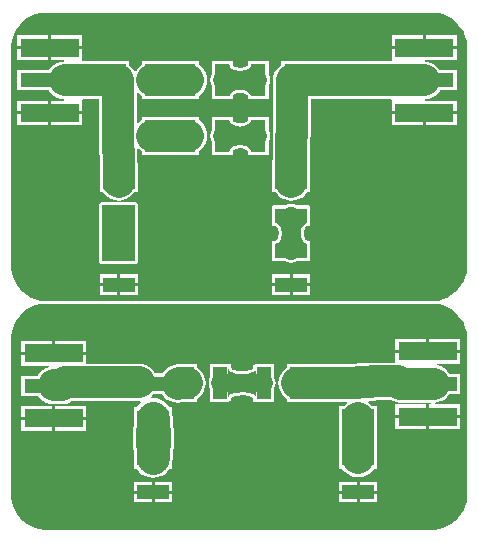
<source format=gbr>
%TF.GenerationSoftware,Altium Limited,Altium Designer,20.0.10 (225)*%
G04 Layer_Physical_Order=1*
G04 Layer_Color=255*
%FSLAX26Y26*%
%MOIN*%
%TF.FileFunction,Copper,L1,Top,Signal*%
%TF.Part,CustomerPanel*%
G01*
G75*
%TA.AperFunction,SMDPad,CuDef*%
%ADD10R,0.106299X0.049213*%
%ADD11R,0.049213X0.106299*%
%ADD12R,0.196850X0.047244*%
%ADD13R,0.196850X0.062992*%
%TA.AperFunction,Conductor*%
%ADD14C,0.105236*%
%ADD15C,0.059055*%
%TA.AperFunction,ConnectorPad*%
%ADD16R,0.196850X0.047244*%
%ADD17R,0.196850X0.062992*%
%TA.AperFunction,Conductor*%
%ADD18C,0.108779*%
%TA.AperFunction,ViaPad*%
%ADD19C,0.050000*%
G36*
X3614273Y4484869D02*
X3629228Y4480862D01*
X3643532Y4474937D01*
X3656940Y4467195D01*
X3669224Y4457770D01*
X3680171Y4446822D01*
X3689597Y4434539D01*
X3697338Y4421130D01*
X3703263Y4406826D01*
X3707270Y4391871D01*
X3709291Y4376521D01*
Y4368780D01*
Y3643110D01*
Y3635369D01*
X3707270Y3620019D01*
X3703263Y3605063D01*
X3697338Y3590759D01*
X3689597Y3577351D01*
X3680171Y3565068D01*
X3669224Y3554120D01*
X3656940Y3544694D01*
X3643532Y3536953D01*
X3629228Y3531028D01*
X3614273Y3527021D01*
X3598922Y3525000D01*
X3591181D01*
Y3525000D01*
X2308110Y3525000D01*
X2300369D01*
X2285019Y3527021D01*
X2270063Y3531028D01*
X2255759Y3536953D01*
X2242351Y3544694D01*
X2230068Y3554120D01*
X2219120Y3565068D01*
X2209694Y3577351D01*
X2201953Y3590759D01*
X2196028Y3605063D01*
X2192021Y3620019D01*
X2190000Y3635369D01*
Y3643110D01*
Y4368780D01*
Y4376521D01*
X2192021Y4391871D01*
X2196028Y4406826D01*
X2201953Y4421130D01*
X2209694Y4434539D01*
X2219120Y4446822D01*
X2230068Y4457770D01*
X2242351Y4467195D01*
X2255759Y4474937D01*
X2270063Y4480862D01*
X2285019Y4484869D01*
X2300369Y4486890D01*
X2308110D01*
Y4486890D01*
X3591181Y4486890D01*
X3598922D01*
X3614273Y4484869D01*
D02*
G37*
G36*
Y3514869D02*
X3629228Y3510862D01*
X3643532Y3504937D01*
X3656940Y3497195D01*
X3669224Y3487770D01*
X3680171Y3476822D01*
X3689597Y3464539D01*
X3697338Y3451130D01*
X3703263Y3436826D01*
X3707270Y3421871D01*
X3709291Y3406521D01*
Y3398780D01*
Y2880000D01*
Y2872259D01*
X3707270Y2856908D01*
X3703263Y2841953D01*
X3697338Y2827649D01*
X3689597Y2814241D01*
X3680171Y2801957D01*
X3669224Y2791010D01*
X3656940Y2781584D01*
X3643532Y2773843D01*
X3629228Y2767918D01*
X3614273Y2763911D01*
X3598922Y2761890D01*
X3591181Y2761890D01*
X2308110Y2761890D01*
X2300369D01*
X2285019Y2763911D01*
X2270064Y2767918D01*
X2255759Y2773843D01*
X2242351Y2781584D01*
X2230068Y2791010D01*
X2219120Y2801957D01*
X2209695Y2814241D01*
X2201953Y2827649D01*
X2196028Y2841953D01*
X2192021Y2856908D01*
X2190000Y2872259D01*
Y2880000D01*
X2190000Y3398780D01*
X2190000D01*
Y3406521D01*
X2192021Y3421871D01*
X2196028Y3436826D01*
X2201953Y3451130D01*
X2209695Y3464539D01*
X2219120Y3476822D01*
X2230068Y3487770D01*
X2242351Y3497195D01*
X2255759Y3504937D01*
X2270064Y3510862D01*
X2285019Y3514869D01*
X2300369Y3516890D01*
X2308110Y3516890D01*
X3591181Y3516890D01*
X3598922D01*
X3614273Y3514869D01*
D02*
G37*
%LPC*%
G36*
X3674016Y4411728D02*
X3570590D01*
Y4375232D01*
X3674016D01*
Y4411728D01*
D02*
G37*
G36*
X3560590D02*
X3457165D01*
Y4375232D01*
X3560590D01*
Y4411728D01*
D02*
G37*
G36*
X2426772D02*
X2323347D01*
Y4375232D01*
X2426772D01*
Y4411728D01*
D02*
G37*
G36*
X2313347D02*
X2209921D01*
Y4375232D01*
X2313347D01*
Y4411728D01*
D02*
G37*
G36*
X3674016Y4365232D02*
X3565590D01*
X3457165D01*
Y4328736D01*
X3457165D01*
X3456291Y4324098D01*
X3203790D01*
X3159528Y4324192D01*
Y4324327D01*
X3150808D01*
X3150163Y4324375D01*
X3149783Y4324328D01*
X3149407Y4324403D01*
X3149026Y4324327D01*
X3090315D01*
Y4313682D01*
X3089964Y4313494D01*
X3080429Y4305669D01*
X3072604Y4296134D01*
X3066790Y4285256D01*
X3063209Y4273453D01*
X3062000Y4261177D01*
Y4089451D01*
X3061536Y4087921D01*
X3060327Y4075646D01*
Y4034101D01*
X3059866Y3956886D01*
X3059567D01*
Y3947148D01*
X3059491Y3946766D01*
X3059567Y3946384D01*
Y3887673D01*
X3070212D01*
X3070399Y3887323D01*
X3078225Y3877788D01*
X3087759Y3869963D01*
X3098638Y3864148D01*
X3110441Y3860568D01*
X3122716Y3859359D01*
X3134992Y3860568D01*
X3146795Y3864148D01*
X3157674Y3869963D01*
X3167208Y3877788D01*
X3167740Y3878319D01*
X3175417Y3887673D01*
X3185866D01*
Y3919735D01*
X3186169Y3922811D01*
Y4062372D01*
X3186633Y4063902D01*
X3187842Y4076177D01*
Y4198102D01*
X3227269Y4198256D01*
X3456291D01*
X3457165Y4193618D01*
X3457165D01*
Y4193256D01*
Y4157122D01*
X3565590D01*
X3674016D01*
Y4193618D01*
X3569512D01*
X3569266Y4198618D01*
X3577866Y4199465D01*
X3589669Y4203046D01*
X3600548Y4208860D01*
X3610082Y4216685D01*
X3617907Y4226220D01*
X3618621Y4227555D01*
X3674016D01*
Y4294799D01*
X3618621D01*
X3617907Y4296134D01*
X3610082Y4305669D01*
X3600548Y4313494D01*
X3589669Y4319309D01*
X3577866Y4322889D01*
X3569266Y4323736D01*
X3569512Y4328736D01*
X3674016D01*
Y4365232D01*
D02*
G37*
G36*
X2313347Y4365232D02*
X2209921D01*
Y4328736D01*
X2313347D01*
Y4365232D01*
D02*
G37*
G36*
X2988230Y4324403D02*
X2987849Y4324327D01*
X2978110D01*
Y4315452D01*
X2977724Y4312533D01*
X2977129Y4311192D01*
X2975878Y4309699D01*
X2973477Y4307923D01*
X2969640Y4306057D01*
X2964317Y4304324D01*
X2957715Y4302909D01*
X2951776Y4302318D01*
X2947586Y4302874D01*
X2940821Y4304324D01*
X2935497Y4306057D01*
X2931661Y4307923D01*
X2929259Y4309699D01*
X2928008Y4311192D01*
X2927414Y4312533D01*
X2927028Y4315452D01*
Y4324327D01*
X2917289D01*
X2916907Y4324403D01*
X2916526Y4324327D01*
X2857815D01*
Y4280921D01*
X2853911Y4271496D01*
X2852553Y4261177D01*
X2853911Y4250859D01*
X2857815Y4241434D01*
Y4198028D01*
X2916526D01*
X2916907Y4197952D01*
X2917289Y4198028D01*
X2927028D01*
Y4206902D01*
X2927414Y4209822D01*
X2928008Y4211163D01*
X2929259Y4212656D01*
X2931661Y4214431D01*
X2935497Y4216297D01*
X2940821Y4218031D01*
X2947423Y4219445D01*
X2953361Y4220036D01*
X2957552Y4219480D01*
X2964317Y4218031D01*
X2969640Y4216297D01*
X2973477Y4214431D01*
X2975878Y4212656D01*
X2977129Y4211163D01*
X2977724Y4209822D01*
X2978110Y4206902D01*
Y4198028D01*
X2987849D01*
X2988230Y4197952D01*
X2988612Y4198028D01*
X3047323D01*
Y4241434D01*
X3051227Y4250859D01*
X3052585Y4261177D01*
X3051227Y4271496D01*
X3047323Y4280921D01*
Y4324327D01*
X2988612D01*
X2988230Y4324403D01*
D02*
G37*
G36*
X2426772Y4365232D02*
X2323347D01*
Y4328736D01*
X2363795D01*
X2364041Y4323736D01*
X2355441Y4322889D01*
X2343638Y4319309D01*
X2332759Y4313494D01*
X2323225Y4305669D01*
X2315399Y4296134D01*
X2314686Y4294799D01*
X2209921D01*
Y4227555D01*
X2314686D01*
X2315399Y4226220D01*
X2323225Y4216685D01*
X2332759Y4208860D01*
X2343638Y4203046D01*
X2355441Y4199465D01*
X2364041Y4198618D01*
X2363795Y4193618D01*
X2323347D01*
Y4157122D01*
X2426772D01*
Y4193618D01*
X2426772D01*
X2427646Y4198256D01*
X2468848D01*
X2481764Y4198229D01*
Y4076709D01*
X2481816Y4076177D01*
X2481764Y4075646D01*
Y4028445D01*
X2482408Y4021902D01*
X2482973Y4016170D01*
X2484264Y4011914D01*
Y4010910D01*
Y3922811D01*
X2484567Y3919735D01*
Y3887673D01*
X2495016D01*
X2495444Y3887152D01*
X2502693Y3878319D01*
X2512228Y3870494D01*
X2523106Y3864680D01*
X2534910Y3861099D01*
X2547185Y3859890D01*
X2559460Y3861099D01*
X2571264Y3864680D01*
X2582142Y3870494D01*
X2591677Y3878319D01*
X2599354Y3887673D01*
X2610866D01*
Y3946384D01*
X2610942Y3946766D01*
X2610930Y3946827D01*
X2610941Y3946887D01*
X2610866Y3953202D01*
Y3956886D01*
X2610822D01*
X2610106Y4017015D01*
D01*
Y4025945D01*
X2609620Y4030883D01*
X2614447Y4032882D01*
X2615429Y4031685D01*
X2624964Y4023860D01*
X2625315Y4023673D01*
Y4013028D01*
X2684026D01*
X2684407Y4012952D01*
X2684429Y4012956D01*
X2684451Y4012952D01*
X2732095Y4013157D01*
D01*
X2745610Y4013118D01*
Y4013028D01*
X2754385D01*
X2754901Y4012986D01*
X2755266Y4013028D01*
X2755349D01*
X2755730Y4012952D01*
X2756112Y4013028D01*
X2814823D01*
Y4023673D01*
X2815174Y4023860D01*
X2824708Y4031685D01*
X2832534Y4041220D01*
X2838348Y4052098D01*
X2841929Y4063902D01*
X2843138Y4076177D01*
X2841929Y4088453D01*
X2838348Y4100256D01*
X2832534Y4111134D01*
X2824708Y4120669D01*
X2815174Y4128494D01*
X2814823Y4128682D01*
Y4139327D01*
X2756112D01*
X2755730Y4139403D01*
X2755708Y4139398D01*
X2755686Y4139403D01*
X2708043Y4139198D01*
D01*
X2694528Y4139237D01*
Y4139327D01*
X2685753D01*
X2685237Y4139369D01*
X2684872Y4139327D01*
X2684789D01*
X2684407Y4139403D01*
X2684026Y4139327D01*
X2625315D01*
Y4128682D01*
X2624964Y4128494D01*
X2615429Y4120669D01*
X2612718Y4117366D01*
D01*
X2612314Y4116873D01*
X2607606Y4118557D01*
Y4119364D01*
Y4156890D01*
Y4218797D01*
X2612314Y4220481D01*
X2615429Y4216685D01*
X2624964Y4208860D01*
X2625315Y4208673D01*
Y4198028D01*
X2684026D01*
X2684407Y4197952D01*
X2684429Y4197956D01*
X2684451Y4197952D01*
X2732095Y4198157D01*
D01*
X2745610Y4198118D01*
Y4198028D01*
X2754385D01*
X2754901Y4197986D01*
X2755266Y4198028D01*
X2755349D01*
X2755730Y4197952D01*
X2756112Y4198028D01*
X2814823D01*
Y4208673D01*
X2815174Y4208860D01*
X2824708Y4216685D01*
X2832534Y4226220D01*
X2838348Y4237098D01*
X2841929Y4248902D01*
X2843138Y4261177D01*
X2841929Y4273453D01*
X2838348Y4285256D01*
X2832534Y4296134D01*
X2824708Y4305669D01*
X2815174Y4313494D01*
X2814823Y4313682D01*
Y4324327D01*
X2756112D01*
X2755730Y4324403D01*
X2755708Y4324398D01*
X2755686Y4324403D01*
X2708043Y4324198D01*
D01*
X2694528Y4324237D01*
Y4324327D01*
X2685753D01*
X2685237Y4324369D01*
X2684872Y4324327D01*
X2684789D01*
X2684407Y4324403D01*
X2684026Y4324327D01*
X2625315D01*
Y4313682D01*
X2624964Y4313494D01*
X2615429Y4305669D01*
X2607604Y4296134D01*
X2604661Y4290628D01*
X2599661D01*
X2597002Y4295603D01*
X2589177Y4305138D01*
X2588645Y4305669D01*
X2588173Y4306057D01*
X2582323Y4310858D01*
D01*
Y4324327D01*
X2523612D01*
X2523230Y4324403D01*
X2523210Y4324399D01*
X2523190Y4324403D01*
X2445369Y4324098D01*
X2427646D01*
X2426772Y4328736D01*
X2426772D01*
Y4329099D01*
Y4365232D01*
D02*
G37*
G36*
X2313347Y4193618D02*
X2209921D01*
Y4157122D01*
X2313347D01*
Y4159195D01*
Y4193618D01*
D02*
G37*
G36*
X2988230Y4139403D02*
X2987849Y4139327D01*
X2978110D01*
Y4130452D01*
X2977724Y4127533D01*
X2977129Y4126192D01*
X2975878Y4124699D01*
X2973477Y4122923D01*
X2969640Y4121057D01*
X2964317Y4119324D01*
X2957715Y4117909D01*
X2951776Y4117318D01*
X2947586Y4117874D01*
X2940821Y4119324D01*
X2935497Y4121057D01*
X2931661Y4122923D01*
X2929259Y4124699D01*
X2928008Y4126192D01*
X2927414Y4127533D01*
X2927028Y4130452D01*
Y4139327D01*
X2917289D01*
X2916907Y4139403D01*
X2916526Y4139327D01*
X2857815D01*
Y4095921D01*
X2853911Y4086496D01*
X2852553Y4076177D01*
X2853911Y4065858D01*
X2857815Y4056434D01*
Y4013028D01*
X2916526D01*
X2916907Y4012952D01*
X2917289Y4013028D01*
X2927028D01*
Y4021902D01*
X2927414Y4024822D01*
X2928008Y4026163D01*
X2929259Y4027656D01*
X2931661Y4029431D01*
X2935497Y4031297D01*
X2940821Y4033031D01*
X2947423Y4034445D01*
X2953361Y4035036D01*
X2957552Y4034480D01*
X2964317Y4033031D01*
X2969640Y4031297D01*
X2973477Y4029431D01*
X2975878Y4027656D01*
X2977129Y4026163D01*
X2977724Y4024822D01*
X2978110Y4021902D01*
Y4013028D01*
X2987849D01*
X2988230Y4012952D01*
X2988612Y4013028D01*
X3047323D01*
Y4056434D01*
X3051227Y4065858D01*
X3052585Y4076177D01*
X3051227Y4086496D01*
X3047323Y4095921D01*
Y4139327D01*
X2988612D01*
X2988230Y4139403D01*
D02*
G37*
G36*
X3674016Y4147122D02*
X3570590D01*
Y4110626D01*
X3674016D01*
Y4147122D01*
D02*
G37*
G36*
X3560590D02*
X3457165D01*
Y4110626D01*
X3560590D01*
Y4147122D01*
D02*
G37*
G36*
X2426772Y4147122D02*
X2323347D01*
Y4110626D01*
X2426772D01*
Y4147122D01*
D02*
G37*
G36*
X2313347D02*
X2209921D01*
Y4110626D01*
X2313347D01*
Y4147122D01*
D02*
G37*
G36*
X3122716Y3849943D02*
X3112398Y3848585D01*
X3102973Y3844681D01*
X3059567D01*
Y3785970D01*
X3059491Y3785589D01*
X3059567Y3785207D01*
Y3775469D01*
X3068441D01*
X3071361Y3775082D01*
X3072702Y3774488D01*
X3074195Y3773237D01*
X3075970Y3770835D01*
X3077836Y3766999D01*
X3079570Y3761675D01*
X3080985Y3755073D01*
X3081433Y3750563D01*
X3081019Y3747444D01*
X3079570Y3740679D01*
X3077836Y3735356D01*
X3075970Y3731519D01*
X3074195Y3729118D01*
X3072702Y3727867D01*
X3071361Y3727272D01*
X3068441Y3726886D01*
X3059567D01*
Y3717148D01*
X3059491Y3716766D01*
X3059567Y3716384D01*
Y3657673D01*
X3102973D01*
X3112398Y3653769D01*
X3122716Y3652411D01*
X3133035Y3653769D01*
X3142460Y3657673D01*
X3185866D01*
Y3716384D01*
X3185942Y3716766D01*
X3185866Y3717148D01*
Y3726886D01*
X3176992D01*
X3174072Y3727272D01*
X3172731Y3727867D01*
X3171238Y3729118D01*
X3169463Y3731519D01*
X3167597Y3735356D01*
X3165863Y3740679D01*
X3164448Y3747281D01*
X3164000Y3751791D01*
X3164414Y3754910D01*
X3165863Y3761675D01*
X3167597Y3766999D01*
X3169463Y3770835D01*
X3171238Y3773237D01*
X3172731Y3774488D01*
X3174072Y3775082D01*
X3176992Y3775469D01*
X3185866D01*
Y3785207D01*
X3185942Y3785589D01*
X3185866Y3785970D01*
Y3844681D01*
X3142460D01*
X3133035Y3848585D01*
X3122716Y3849943D01*
D02*
G37*
G36*
X2602716Y3854877D02*
X2492716D01*
X2488815Y3854101D01*
X2485507Y3851891D01*
X2483297Y3848583D01*
X2482521Y3844681D01*
Y3657673D01*
X2483297Y3653771D01*
X2485507Y3650464D01*
X2488815Y3648253D01*
X2492716Y3647477D01*
X2602716D01*
X2606618Y3648253D01*
X2609926Y3650464D01*
X2612136Y3653771D01*
X2612912Y3657673D01*
Y3837787D01*
Y3844681D01*
X2612136Y3848583D01*
X2609926Y3851891D01*
X2606618Y3854101D01*
X2602716Y3854877D01*
D02*
G37*
G36*
X3185866Y3614681D02*
X3127716D01*
Y3585075D01*
X3185866D01*
Y3612842D01*
Y3614681D01*
D02*
G37*
G36*
X2610866D02*
X2552716D01*
Y3585075D01*
X2610866D01*
Y3614681D01*
D02*
G37*
G36*
X3117716D02*
X3059567D01*
Y3585075D01*
X3117716D01*
Y3614681D01*
D02*
G37*
G36*
X2542716D02*
X2484567D01*
Y3585075D01*
X2542716D01*
Y3614681D01*
D02*
G37*
G36*
X3185866Y3575075D02*
X3127716D01*
Y3545469D01*
X3185866D01*
Y3575075D01*
D02*
G37*
G36*
X3117716D02*
X3059567D01*
Y3545469D01*
X3117716D01*
Y3575075D01*
D02*
G37*
G36*
X2610866D02*
X2552716D01*
Y3545469D01*
X2610866D01*
Y3575075D01*
D02*
G37*
G36*
X2542716D02*
X2484567D01*
Y3545469D01*
X2542716D01*
Y3575075D01*
D02*
G37*
%LPD*%
G36*
X3150460Y4314129D02*
X3158879Y4313997D01*
X3254644Y4313795D01*
Y4208559D01*
X3149407Y4208148D01*
Y4314207D01*
X3150460Y4314129D01*
D02*
G37*
G36*
X3175746Y3946766D02*
X3069687D01*
X3069866Y3947818D01*
X3070026Y3950975D01*
X3070630Y4052002D01*
X3175866D01*
X3175746Y3946766D01*
D02*
G37*
G36*
X2988230Y4208148D02*
X2987640Y4212613D01*
X2985868Y4216608D01*
X2982915Y4220134D01*
X2978781Y4223189D01*
X2973466Y4225774D01*
X2966970Y4227889D01*
X2959293Y4229535D01*
X2953530Y4230299D01*
X2945845Y4229535D01*
X2938167Y4227889D01*
X2931671Y4225774D01*
X2926356Y4223189D01*
X2922222Y4220134D01*
X2919270Y4216608D01*
X2917498Y4212613D01*
X2916907Y4208148D01*
Y4314207D01*
X2917498Y4309742D01*
X2919270Y4305746D01*
X2922222Y4302221D01*
X2926356Y4299166D01*
X2931671Y4296580D01*
X2938167Y4294465D01*
X2945845Y4292820D01*
X2951608Y4292055D01*
X2959293Y4292820D01*
X2966970Y4294465D01*
X2973466Y4296580D01*
X2978781Y4299166D01*
X2982915Y4302221D01*
X2985868Y4305746D01*
X2987640Y4309742D01*
X2988230Y4314207D01*
Y4208148D01*
D02*
G37*
G36*
X2755730Y4313865D02*
X2780216Y4313795D01*
Y4208559D01*
X2755730Y4208454D01*
Y4208148D01*
X2754772Y4208226D01*
X2751898Y4208296D01*
X2732094Y4208352D01*
X2684407Y4208148D01*
Y4208489D01*
X2659921Y4208559D01*
Y4313795D01*
X2684407Y4313901D01*
Y4314207D01*
X2685366Y4314129D01*
X2688240Y4314059D01*
X2708044Y4314002D01*
X2755730Y4314207D01*
Y4313865D01*
D02*
G37*
G36*
X2523230Y4208148D02*
X2522178Y4208226D01*
X2513759Y4208358D01*
X2417994Y4208559D01*
Y4313795D01*
X2523230Y4314207D01*
Y4208148D01*
D02*
G37*
G36*
X2755730Y4128865D02*
X2780216Y4128795D01*
Y4023559D01*
X2755730Y4023454D01*
Y4023148D01*
X2754772Y4023226D01*
X2751898Y4023296D01*
X2732094Y4023352D01*
X2684407Y4023148D01*
Y4023489D01*
X2659921Y4023559D01*
Y4128795D01*
X2684407Y4128901D01*
Y4129207D01*
X2685366Y4129129D01*
X2688240Y4129059D01*
X2708044Y4129002D01*
X2755730Y4129207D01*
Y4128865D01*
D02*
G37*
G36*
X2597410Y4156890D02*
Y4118557D01*
X2597460Y4118308D01*
X2597423Y4118057D01*
X2597716Y4116883D01*
Y4083451D01*
X2597000Y4076177D01*
X2597716Y4068904D01*
Y4025945D01*
X2599803D01*
X2600746Y3946766D01*
X2597716D01*
Y3897627D01*
X2596921Y3897385D01*
X2595452Y3897093D01*
X2595031Y3896812D01*
X2594547Y3896665D01*
X2593390Y3895715D01*
X2592144Y3894883D01*
X2591863Y3894462D01*
X2591472Y3894142D01*
X2589624Y3891890D01*
X2504746Y3891890D01*
X2502898Y3894142D01*
X2502507Y3894462D01*
X2502226Y3894883D01*
X2500981Y3895715D01*
X2499823Y3896665D01*
X2499339Y3896812D01*
X2498918Y3897093D01*
X2497449Y3897385D01*
X2496016Y3897820D01*
X2494763Y3902608D01*
Y3919735D01*
X2494664Y3920231D01*
X2494714Y3920734D01*
X2494460Y3923312D01*
Y4011914D01*
X2494168Y4013383D01*
X2494021Y4014874D01*
X2493021Y4018169D01*
X2492716Y4021263D01*
X2492716Y4156890D01*
X2597410Y4156890D01*
D02*
G37*
G36*
X2988230Y4023148D02*
X2987640Y4027613D01*
X2985868Y4031608D01*
X2982915Y4035134D01*
X2978781Y4038189D01*
X2973466Y4040774D01*
X2966970Y4042889D01*
X2959293Y4044535D01*
X2953530Y4045299D01*
X2945845Y4044535D01*
X2938167Y4042889D01*
X2931671Y4040774D01*
X2926356Y4038189D01*
X2922222Y4035134D01*
X2919270Y4031608D01*
X2917498Y4027613D01*
X2916907Y4023148D01*
Y4129207D01*
X2917498Y4124742D01*
X2919270Y4120746D01*
X2922222Y4117221D01*
X2926356Y4114166D01*
X2931671Y4111580D01*
X2938167Y4109465D01*
X2945845Y4107820D01*
X2951608Y4107055D01*
X2959293Y4107820D01*
X2966970Y4109465D01*
X2973466Y4111580D01*
X2978781Y4114166D01*
X2982915Y4117221D01*
X2985868Y4120746D01*
X2987640Y4124742D01*
X2988230Y4129207D01*
Y4023148D01*
D02*
G37*
G36*
X3171281Y3784998D02*
X3167285Y3783226D01*
X3163760Y3780274D01*
X3160705Y3776140D01*
X3158120Y3770825D01*
X3156004Y3764329D01*
X3154359Y3756652D01*
X3153737Y3751959D01*
X3154359Y3745703D01*
X3156004Y3738026D01*
X3158120Y3731530D01*
X3160705Y3726215D01*
X3163760Y3722081D01*
X3167285Y3719128D01*
X3171281Y3717356D01*
X3175746Y3716766D01*
X3069687D01*
X3074152Y3717356D01*
X3078148Y3719128D01*
X3081673Y3722081D01*
X3084728Y3726215D01*
X3087313Y3731530D01*
X3089429Y3738026D01*
X3091074Y3745703D01*
X3091696Y3750395D01*
X3091074Y3756652D01*
X3089429Y3764329D01*
X3087313Y3770825D01*
X3084728Y3776140D01*
X3081673Y3780274D01*
X3078148Y3783226D01*
X3074152Y3784998D01*
X3069687Y3785589D01*
X3175746D01*
X3171281Y3784998D01*
D02*
G37*
G36*
X2602716Y3657673D02*
X2492716D01*
Y3844681D01*
X2602716D01*
Y3657673D01*
D02*
G37*
%LPC*%
G36*
X3685827Y3399622D02*
X3582402D01*
Y3363126D01*
X3685827D01*
Y3399622D01*
D02*
G37*
G36*
X3572402D02*
X3468976D01*
Y3363126D01*
X3572402D01*
Y3399622D01*
D02*
G37*
G36*
X2439252Y3393386D02*
X2335827D01*
Y3356890D01*
X2439252D01*
Y3357789D01*
Y3393386D01*
D02*
G37*
G36*
X2325827D02*
X2222402D01*
Y3356890D01*
X2325827D01*
Y3393386D01*
D02*
G37*
G36*
X3006340Y3315115D02*
X3005959Y3315039D01*
X2996220D01*
Y3306165D01*
X2995834Y3303246D01*
X2995240Y3301905D01*
X2993989Y3300411D01*
X2991587Y3298636D01*
X2987751Y3296770D01*
X2982427Y3295037D01*
X2975825Y3293622D01*
X2958666Y3291914D01*
X2950239Y3292506D01*
X2942094Y3293587D01*
X2935329Y3295037D01*
X2930005Y3296770D01*
X2926169Y3298636D01*
X2923767Y3300411D01*
X2922516Y3301905D01*
X2921921Y3303246D01*
X2921535Y3306165D01*
Y3315039D01*
X2911797D01*
X2911415Y3315115D01*
X2911034Y3315039D01*
X2852323D01*
Y3271633D01*
X2848419Y3262209D01*
X2847061Y3251890D01*
X2848419Y3241571D01*
X2852323Y3232146D01*
Y3188740D01*
X2911034D01*
X2911415Y3188664D01*
X2911797Y3188740D01*
X2921535D01*
Y3197615D01*
X2921921Y3200534D01*
X2922516Y3201875D01*
X2923767Y3203369D01*
X2926169Y3205144D01*
X2930005Y3207010D01*
X2935329Y3208743D01*
X2941931Y3210158D01*
X2959090Y3211865D01*
X2967517Y3211273D01*
X2975662Y3210193D01*
X2982427Y3208743D01*
X2987751Y3207010D01*
X2991587Y3205144D01*
X2993989Y3203369D01*
X2995240Y3201875D01*
X2995834Y3200534D01*
X2996220Y3197615D01*
Y3188740D01*
X3005959D01*
X3006340Y3188664D01*
X3006722Y3188740D01*
X3065433D01*
Y3232146D01*
X3069337Y3241571D01*
X3070695Y3251890D01*
X3069337Y3262209D01*
X3065433Y3271633D01*
Y3315039D01*
X3006722D01*
X3006340Y3315115D01*
D02*
G37*
G36*
X2439252Y3346890D02*
X2330827D01*
X2222402D01*
Y3310394D01*
X2316017D01*
X2316759Y3305394D01*
X2306748Y3302357D01*
X2295870Y3296542D01*
X2286335Y3288717D01*
X2278510Y3279182D01*
X2277053Y3276457D01*
X2222402D01*
Y3209213D01*
X2278555D01*
X2286335Y3199733D01*
X2295870Y3191908D01*
X2306748Y3186094D01*
X2318552Y3182513D01*
X2330827Y3181304D01*
X2358162D01*
X2370438Y3182513D01*
X2382241Y3186094D01*
X2391592Y3191092D01*
X2613975D01*
X2619647Y3191651D01*
X2621646Y3186823D01*
X2616690Y3182756D01*
X2608644Y3172951D01*
X2607928Y3171611D01*
X2599291D01*
Y3161611D01*
Y3150645D01*
X2598983Y3149628D01*
X2597740Y3137005D01*
Y3108295D01*
X2596407Y3106300D01*
X2595631Y3102399D01*
X2595631Y3035288D01*
X2596407Y3031387D01*
X2597740Y3029392D01*
Y3000682D01*
X2598983Y2988059D01*
X2599291Y2987042D01*
Y2966076D01*
X2607928D01*
X2608644Y2964736D01*
X2616690Y2954931D01*
X2626495Y2946885D01*
X2637681Y2940906D01*
X2649818Y2937224D01*
X2662441Y2935981D01*
X2675064Y2937224D01*
X2687201Y2940906D01*
X2698387Y2946885D01*
X2708192Y2954931D01*
X2716238Y2964736D01*
X2716954Y2966076D01*
X2725591D01*
Y2987042D01*
X2725899Y2988059D01*
X2727142Y3000682D01*
Y3027481D01*
X2728036Y3028079D01*
X2730247Y3031387D01*
X2731023Y3035288D01*
Y3102399D01*
X2730247Y3106300D01*
X2728036Y3109608D01*
X2727142Y3110206D01*
Y3137005D01*
X2725899Y3149628D01*
X2725591Y3150645D01*
Y3171611D01*
X2716954D01*
X2716238Y3172951D01*
X2708192Y3182756D01*
X2698387Y3190802D01*
X2687201Y3196781D01*
X2675064Y3200463D01*
X2662441Y3201706D01*
X2656060Y3201078D01*
X2654061Y3205905D01*
X2658467Y3209521D01*
X2662638Y3214603D01*
X2692060D01*
X2692247Y3214253D01*
X2700072Y3204718D01*
X2709607Y3196893D01*
X2720485Y3191078D01*
X2732289Y3187498D01*
X2744564Y3186289D01*
X2756839Y3187498D01*
X2760936Y3188740D01*
X2809331D01*
Y3199385D01*
X2809682Y3199573D01*
X2819216Y3207398D01*
X2827041Y3216933D01*
X2832856Y3227811D01*
X2836436Y3239615D01*
X2837646Y3251890D01*
X2836436Y3264165D01*
X2832856Y3275969D01*
X2827041Y3286847D01*
X2819216Y3296382D01*
X2809682Y3304207D01*
X2809331Y3304394D01*
Y3315039D01*
X2740118D01*
Y3314109D01*
X2734969Y3313602D01*
X2723165Y3310021D01*
X2712287Y3304207D01*
X2702752Y3296382D01*
X2700072Y3293702D01*
X2692247Y3284167D01*
X2692060Y3283816D01*
X2669047D01*
X2666292Y3288970D01*
X2658467Y3298505D01*
X2648932Y3306330D01*
X2638054Y3312144D01*
X2626250Y3315725D01*
X2613975Y3316934D01*
X2439252D01*
Y3346890D01*
D02*
G37*
G36*
X3685827Y3353126D02*
X3577402D01*
X3468976D01*
Y3320320D01*
X3392128D01*
X3379853Y3319111D01*
X3374566Y3317508D01*
X3346358D01*
X3334083Y3316299D01*
X3330930Y3315342D01*
X3143563D01*
X3140487Y3315039D01*
X3108425D01*
Y3304590D01*
X3099071Y3296913D01*
X3098540Y3296382D01*
X3090715Y3286847D01*
X3084900Y3275969D01*
X3081319Y3264165D01*
X3080110Y3251890D01*
X3081319Y3239615D01*
X3084900Y3227811D01*
X3090715Y3216933D01*
X3098540Y3207398D01*
X3108074Y3199573D01*
X3108425Y3199385D01*
Y3188740D01*
X3167136D01*
X3167518Y3188664D01*
X3167563Y3188673D01*
X3167609Y3188665D01*
X3176035Y3188740D01*
X3177638D01*
Y3188755D01*
X3260849Y3189500D01*
X3307068D01*
X3308857Y3184500D01*
X3301335Y3178327D01*
X3299800Y3176457D01*
X3282677D01*
Y3138858D01*
Y3117746D01*
X3282601Y3117364D01*
X3282605Y3117344D01*
X3282601Y3117324D01*
X3282851Y3053518D01*
X3282812Y3035288D01*
X3282677D01*
Y3026568D01*
X3282629Y3025924D01*
X3282676Y3025544D01*
X3282601Y3025168D01*
X3282677Y3024787D01*
Y2966076D01*
X3293322D01*
X3293510Y2965725D01*
X3301335Y2956190D01*
X3310870Y2948365D01*
X3321748Y2942550D01*
X3333552Y2938970D01*
X3345827Y2937761D01*
X3358102Y2938970D01*
X3369906Y2942550D01*
X3380784Y2948365D01*
X3390319Y2956190D01*
X3398144Y2965725D01*
X3398331Y2966076D01*
X3408976D01*
Y3024787D01*
X3409052Y3025168D01*
X3409048Y3025188D01*
X3409052Y3025208D01*
X3408803Y3089014D01*
X3408841Y3107244D01*
X3408976D01*
Y3115964D01*
X3409024Y3116609D01*
X3408978Y3116989D01*
X3409052Y3117364D01*
X3408976Y3117746D01*
Y3135507D01*
Y3176457D01*
X3391853D01*
X3390319Y3178327D01*
X3380784Y3186152D01*
X3379542Y3186815D01*
X3380757Y3191666D01*
X3389316D01*
X3401591Y3192874D01*
X3406878Y3194478D01*
X3457596D01*
X3462802Y3191695D01*
X3474606Y3188115D01*
X3486881Y3186906D01*
X3588488D01*
X3589194Y3186512D01*
X3587894Y3181512D01*
X3582402D01*
Y3145016D01*
X3685827D01*
Y3181512D01*
X3601007D01*
X3600761Y3186512D01*
X3609362Y3187359D01*
X3621165Y3190939D01*
X3632044Y3196754D01*
X3641579Y3204579D01*
X3649404Y3214114D01*
X3650117Y3215449D01*
X3685827D01*
Y3282693D01*
X3650117D01*
X3649404Y3284028D01*
X3641579Y3293563D01*
X3640823Y3294319D01*
X3631288Y3302144D01*
X3620410Y3307958D01*
X3608606Y3311539D01*
X3607682Y3311630D01*
X3607928Y3316630D01*
X3685827D01*
Y3353126D01*
D02*
G37*
G36*
X3572402Y3181512D02*
X3468976D01*
Y3145016D01*
X3572402D01*
Y3181512D01*
D02*
G37*
G36*
X2439252Y3175276D02*
X2335827D01*
Y3145016D01*
Y3138780D01*
X2439252D01*
Y3175276D01*
D02*
G37*
G36*
X2325827D02*
X2222402D01*
Y3138780D01*
X2325827D01*
Y3145016D01*
Y3175276D01*
D02*
G37*
G36*
X3685827Y3135016D02*
X3582402D01*
Y3098520D01*
X3685827D01*
Y3135016D01*
D02*
G37*
G36*
X3572402D02*
X3468976D01*
Y3098520D01*
X3572402D01*
Y3135016D01*
D02*
G37*
G36*
X2439252Y3128780D02*
X2335827D01*
Y3092284D01*
X2439252D01*
Y3128780D01*
D02*
G37*
G36*
X2325827D02*
X2222402D01*
Y3092284D01*
X2325827D01*
Y3128780D01*
D02*
G37*
G36*
X3408976Y2923084D02*
X3350827D01*
Y2893477D01*
X3408976D01*
Y2912870D01*
Y2923084D01*
D02*
G37*
G36*
X2725591D02*
X2667441D01*
Y2893477D01*
X2725591D01*
Y2906890D01*
Y2923084D01*
D02*
G37*
G36*
X3340827D02*
X3282677D01*
Y2893477D01*
X3340827D01*
Y2923084D01*
D02*
G37*
G36*
X2657441D02*
X2599291D01*
Y2906890D01*
Y2893477D01*
X2657441D01*
Y2923084D01*
D02*
G37*
G36*
X3408976Y2883477D02*
X3350827D01*
Y2853871D01*
X3408976D01*
Y2883477D01*
D02*
G37*
G36*
X3340827D02*
X3282677D01*
Y2853871D01*
X3340827D01*
Y2883477D01*
D02*
G37*
G36*
X2725591D02*
X2667441D01*
Y2853871D01*
X2725591D01*
Y2883477D01*
D02*
G37*
G36*
X2657441D02*
X2599291D01*
Y2853871D01*
X2657441D01*
Y2883477D01*
D02*
G37*
%LPD*%
G36*
X3006340Y3198860D02*
X3005750Y3203326D01*
X3003978Y3207321D01*
X3001026Y3210846D01*
X2996892Y3213901D01*
X2991577Y3216487D01*
X2985081Y3218602D01*
X2977403Y3220247D01*
X2968545Y3221422D01*
X2958942Y3222097D01*
X2940352Y3220247D01*
X2932675Y3218602D01*
X2926179Y3216487D01*
X2920864Y3213901D01*
X2916730Y3210846D01*
X2913778Y3207321D01*
X2912006Y3203326D01*
X2911415Y3198860D01*
Y3304919D01*
X2912006Y3300454D01*
X2913778Y3296459D01*
X2916730Y3292933D01*
X2920864Y3289878D01*
X2926179Y3287293D01*
X2932675Y3285178D01*
X2940352Y3283532D01*
X2949211Y3282357D01*
X2958814Y3281683D01*
X2977403Y3283532D01*
X2985081Y3285178D01*
X2991577Y3287293D01*
X2996892Y3289878D01*
X3001026Y3292933D01*
X3003978Y3296459D01*
X3005750Y3300454D01*
X3006340Y3304919D01*
Y3198860D01*
D02*
G37*
G36*
X2667441Y3102399D02*
X2720827D01*
Y3035288D01*
X2667441D01*
Y3000682D01*
X2657441D01*
Y3035288D01*
X2605827D01*
X2605827Y3102399D01*
X2657441D01*
Y3137005D01*
X2667441D01*
Y3102399D01*
D02*
G37*
G36*
X3272754Y3199803D02*
X3167518Y3198860D01*
Y3304919D01*
X3272754Y3305039D01*
Y3199803D01*
D02*
G37*
G36*
X3398496Y3117364D02*
X3398856D01*
X3398778Y3116312D01*
X3398646Y3107893D01*
X3398607Y3089012D01*
X3398856Y3025168D01*
X3398472D01*
X3398445Y3012128D01*
X3293209D01*
X3293158Y3025168D01*
X3292797D01*
X3292875Y3026221D01*
X3293007Y3034640D01*
X3293047Y3053520D01*
X3292797Y3117364D01*
X3293181D01*
X3293209Y3130405D01*
X3398445D01*
X3398496Y3117364D01*
D02*
G37*
D10*
X3122716Y3922280D02*
D03*
Y3810075D02*
D03*
Y3692280D02*
D03*
Y3580075D02*
D03*
X2547716Y3692280D02*
D03*
Y3580075D02*
D03*
Y3922280D02*
D03*
Y3810075D02*
D03*
X3345827Y3254055D02*
D03*
Y3141850D02*
D03*
Y3000682D02*
D03*
Y2888477D02*
D03*
X2662441Y3000682D02*
D03*
Y2888477D02*
D03*
Y3249210D02*
D03*
Y3137005D02*
D03*
D11*
X3124921Y4261177D02*
D03*
X3012716D02*
D03*
X3124921Y4076177D02*
D03*
X3012716D02*
D03*
X2892421D02*
D03*
X2780216D02*
D03*
X2892421Y4261177D02*
D03*
X2780216D02*
D03*
X2659921Y4076177D02*
D03*
X2547716D02*
D03*
X2659921Y4261177D02*
D03*
X2547716D02*
D03*
X3143032Y3251890D02*
D03*
X3030827D02*
D03*
X2886929D02*
D03*
X2774724D02*
D03*
D12*
X3565590Y4261177D02*
D03*
X2318346D02*
D03*
X2330827Y3242835D02*
D03*
D13*
X3565590Y4370232D02*
D03*
Y4152122D02*
D03*
X2318346D02*
D03*
Y4370232D02*
D03*
X2330827Y3133780D02*
D03*
Y3351890D02*
D03*
D14*
X2547185Y3922811D02*
Y4025945D01*
X2544685Y4028445D02*
X2547185Y4025945D01*
X2544685Y4028445D02*
Y4075646D01*
X3124921Y4261177D02*
X3565590D01*
X2659921D02*
X2780216D01*
X2367716D02*
X2544153D01*
X2544685Y4260646D01*
Y4076709D02*
Y4260646D01*
X2659921Y4076177D02*
X2780216D01*
X3122716Y3922280D02*
X3123248Y3922811D01*
Y4075646D01*
X3123780Y4076177D01*
X3124921D01*
Y4261177D01*
X2330827Y3244225D02*
X2358162D01*
X3345827Y3254055D02*
X3346358Y3254587D01*
X3389316D02*
X3392128Y3257399D01*
X3479309D02*
X3486881Y3249827D01*
X3596331D01*
X3346358Y3254587D02*
X3389316D01*
X3596331Y3249827D02*
X3597087Y3249071D01*
X3392128Y3257399D02*
X3479309D01*
X2358162Y3244225D02*
X2367950Y3254013D01*
X2613975D01*
X2744564Y3249210D02*
X2747244Y3251890D01*
X3345827Y3000682D02*
Y3133835D01*
X2747244Y3251890D02*
X2774724D01*
X3143032D02*
X3143563Y3252421D01*
X3345295D01*
X3345827Y3252953D01*
Y3254055D01*
D15*
X3122716Y3692280D02*
Y3810075D01*
X2892421Y4261177D02*
X3012716D01*
X2892421Y4076177D02*
X3012716D01*
X2886929Y3251890D02*
X3030827D01*
D16*
X3577402Y3249071D02*
D03*
D17*
Y3358126D02*
D03*
Y3140016D02*
D03*
D18*
X2662441Y3000682D02*
Y3137005D01*
D19*
X2647716Y3946890D02*
D03*
X2462716Y4386890D02*
D03*
X2452716Y4171890D02*
D03*
X3150116Y4349551D02*
D03*
X3229644D02*
D03*
X3309171D02*
D03*
X3388699D02*
D03*
X3039901Y4363026D02*
D03*
X2930965Y4358653D02*
D03*
X2962716Y4166890D02*
D03*
X2892716D02*
D03*
X2834208Y3972731D02*
D03*
X2922716Y3971890D02*
D03*
X2993729Y3987726D02*
D03*
X2730059Y3987803D02*
D03*
X2685892Y4358688D02*
D03*
X2730059Y4172803D02*
D03*
X2829901Y4363026D02*
D03*
X3034265Y3928397D02*
D03*
X3037589Y3848939D02*
D03*
X3038333Y3769415D02*
D03*
X3034265Y3689991D02*
D03*
X3211168Y3699551D02*
D03*
X3210326Y3779074D02*
D03*
X3201966Y3858161D02*
D03*
X3211622Y3937101D02*
D03*
Y4016628D02*
D03*
X3213295Y4096138D02*
D03*
X3234440Y4172803D02*
D03*
X3313968D02*
D03*
X3393495D02*
D03*
X2515642Y4349551D02*
D03*
X2456311Y4094837D02*
D03*
X2457414Y4015317D02*
D03*
Y3935789D02*
D03*
X2581460Y4348426D02*
D03*
X2306131Y3665698D02*
D03*
X2857716Y3711890D02*
D03*
X3445827Y2926890D02*
D03*
X3425827Y3416890D02*
D03*
X3410827Y3346890D02*
D03*
X3330827D02*
D03*
X2430827Y3046890D02*
D03*
X2495827Y3411890D02*
D03*
X2420827Y3446890D02*
D03*
X2518673Y3341631D02*
D03*
X2490827Y3146890D02*
D03*
X2545827Y3126890D02*
D03*
X2770827Y3046890D02*
D03*
X2545827Y3061890D02*
D03*
X2550827Y2986890D02*
D03*
X2775827Y2976890D02*
D03*
X3245827Y3041890D02*
D03*
X3434201Y3011432D02*
D03*
Y3090960D02*
D03*
X2985055Y3333048D02*
D03*
X2905863Y3340341D02*
D03*
X2853349Y3164619D02*
D03*
X2932644Y3170699D02*
D03*
X3011840Y3163438D02*
D03*
X2685827Y3356890D02*
D03*
X2600827Y3351890D02*
D03*
X2775827Y3106890D02*
D03*
X2774313Y3163438D02*
D03*
X2808468Y3339139D02*
D03*
X3247842Y3340795D02*
D03*
X3168314D02*
D03*
X3090218Y3325773D02*
D03*
X3087506Y3181927D02*
D03*
X3164855Y3163438D02*
D03*
X3244380Y3164047D02*
D03*
X3240827Y3106890D02*
D03*
%TF.MD5,9ee9a4e269e32e22cdd64c8580127798*%
M02*

</source>
